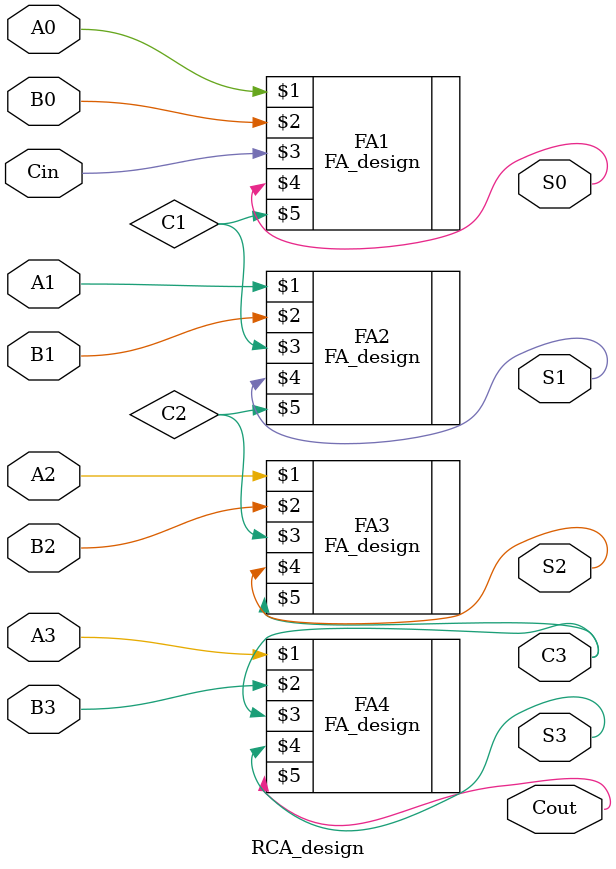
<source format=v>
module RCA_design(
    input A0,
    input A1,
    input A2,
    input A3,
    input B0,
    input B1,
    input B2,
    input B3,
    input Cin,
    output Cout,
    output C3,
    output S0,
    output S1,
    output S2,
    output S3
);

    wire C1, C2;
    FA_design FA1(A0, B0, Cin, S0, C1);
    FA_design FA2(A1, B1, C1, S1, C2);
    FA_design FA3(A2, B2, C2, S2, C3);
    FA_design FA4(A3, B3, C3, S3, Cout);

endmodule
</source>
